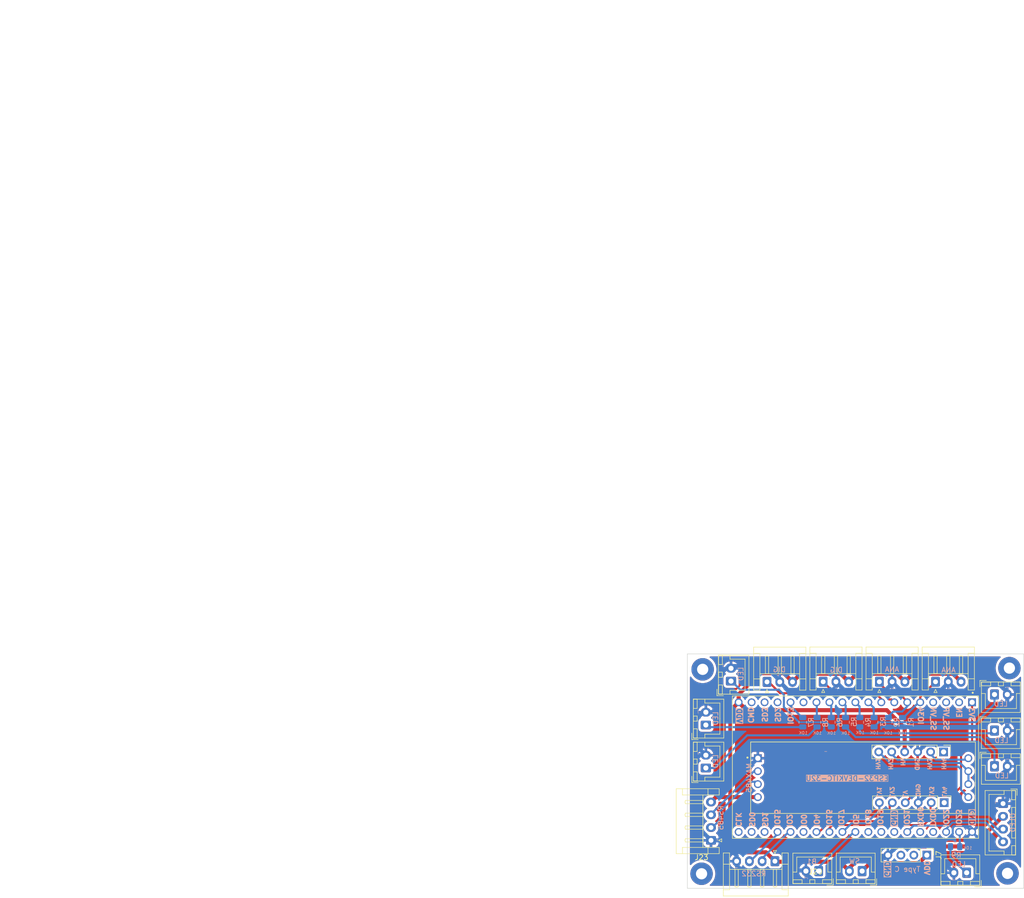
<source format=kicad_pcb>
(kicad_pcb (version 20240108) (generator "pcbnew") (generator_version "8.0")
  (layers (0 "F.Cu" signal) (31 "B.Cu" signal) (34 "B.Paste" user) (35 "F.Paste" user) (36 "B.SilkS" user "B.Silkscreen") (37 "F.SilkS" user "F.Silkscreen") (38 "B.Mask" user) (39 "F.Mask" user) (44 "Edge.Cuts" user))
  (net 0 "")
  (net 2 "/IO15")
  (net 3 "+5V")
  (net 6 "/LV2")
  (net 7 "/ana1")
  (net 8 "/LV")
  (net 10 "/IO14")
  (net 13 "/IO27")
  (net 15 "/IO22")
  (net 16 "/dig2")
  (net 17 "/IO2")
  (net 18 "/IO26")
  (net 19 "GND")
  (net 21 "/IO25")
  (net 22 "/IO13")
  (net 23 "/IO21")
  (net 24 "/IO12")
  (net 25 "/dig1")
  (net 26 "/LV3")
  (net 31 "/ana2")
  (net 32 "/LV1")
  (net 36 "/IO23")
  (net 38 "/HV2")
  (net 39 "/B")
  (net 40 "/HV3")
  (net 41 "/A")
  (net 42 "/HV1")
  (net 45 "Net-(J17-Pin_1)")
  (net 46 "Net-(J8-Pin_1)")
  (net 47 "/HV4")
  (net 48 "/LV4")
  (net 49 "Net-(J11-Pin_1)")
  (net 50 "Net-(J12-Pin_1)")
  (net 51 "Net-(J13-Pin_1)")
  (net 52 "Net-(J14-Pin_1)")
  (net 53 "Net-(J15-Pin_1)")
  (net 54 "Net-(J16-Pin_1)")
  (net 57 "/IO5")
  (footprint "Connector_PinHeader_2.54mm:PinHeader_1x04_P2.54mm_Vertical" (layer "F.Cu") (at 81.27 101.45 -90)
    (property "Reference" "J7")
    (property "Value" "Type C")
  )
  (footprint "Connector_JST:JST_XH_B2B-XH-A_1x02_P2.50mm_Vertical" (layer "F.Cu") (at 68.6 104.575 180)
    (property "Reference" "J17" (hide yes))
    (property "Value" "Conn_01x02_Pin")
  )
  (footprint "Connector_JST:JST_EH_S3B-EH_1x03_P2.50mm_Horizontal" (layer "F.Cu") (at 71.975 67.4825)
    (property "Reference" "J2" (hide yes))
    (property "Value" "ANA 1")
  )
  (footprint "Connector_JST:JST_EH_S3B-EH_1x03_P2.50mm_Horizontal" (layer "F.Cu") (at 60.975 67.4825)
    (property "Reference" "J3" (hide yes))
    (property "Value" "Conn_01x03_Pin")
  )
  (footprint "Connector_JST:JST_XH_B2B-XH-A_1x02_P2.50mm_Vertical" (layer "F.Cu") (at 42.925 67.35 90)
    (property "Reference" "J13" (hide yes))
    (property "Value" "LED")
  )
  (footprint "Connector_PinHeader_2.54mm:PinHeader_1x06_P2.54mm_Vertical" (layer "F.Cu") (at 84.555 81.225 -90)
    (property "Reference" "J9" (hide yes))
    (property "Value" "L" (hide yes))
  )
  (footprint "MountingHole:MountingHole_2.2mm_M2_Pad" (layer "F.Cu") (at 97.075 105.025)
    (property "Reference" "J21" (hide yes))
    (property "Value" "Conn_01x01_Pin" (hide yes))
  )
  (footprint "Connector_JST:JST_XH_B2B-XH-A_1x02_P2.50mm_Vertical" (layer "F.Cu") (at 94.525 84.05)
    (property "Reference" "J12" (hide yes))
    (property "Value" "LED" (hide yes))
  )
  (footprint "MountingHole:MountingHole_2.2mm_M2_Pad" (layer "F.Cu") (at 37.157122 105.101002)
    (property "Reference" "J23")
    (property "Value" "Conn_01x01_Pin" (hide yes))
  )
  (footprint "Connector_JST:JST_XH_B4B-XH-A_1x04_P2.50mm_Vertical" (layer "F.Cu") (at 96.2 91.35 -90)
    (property "Reference" "J18" (hide yes))
    (property "Value" "Conn_01x04_Pin" (hide yes))
  )
  (footprint "Connector_JST:JST_XH_B2B-XH-A_1x02_P2.50mm_Vertical" (layer "F.Cu") (at 60.1 104.575 180)
    (property "Reference" "J20")
    (property "Value" "B1")
  )
  (footprint "Connector_JST:JST_XH_B2B-XH-A_1x02_P2.50mm_Vertical" (layer "F.Cu") (at 94.525 77.05)
    (property "Reference" "J11" (hide yes))
    (property "Value" "LED")
  )
  (footprint "Connector_JST:JST_EH_S3B-EH_1x03_P2.50mm_Horizontal" (layer "F.Cu") (at 49.975 67.5075)
    (property "Reference" "J4" (hide yes))
    (property "Value" "Conn_01x03_Pin" (hide yes))
  )
  (footprint "Connector_PinHeader_2.54mm:PinHeader_1x06_P2.54mm_Vertical" (layer "F.Cu") (at 84.675 91.175 -90)
    (property "Reference" "J10" (hide yes))
    (property "Value" "H")
  )
  (footprint "Connector_JST:JST_XH_B2B-XH-A_1x02_P2.50mm_Vertical" (layer "F.Cu") (at 94.525 69.975)
    (property "Reference" "J8" (hide yes))
    (property "Value" "LED" (hide yes))
  )
  (footprint "Connector_JST:JST_XH_B2B-XH-A_1x02_P2.50mm_Vertical" (layer "F.Cu") (at 38 75.95 90)
    (property "Reference" "J14" (hide yes))
    (property "Value" "LED")
  )
  (footprint "Connector_JST:JST_XH_B2B-XH-A_1x02_P2.50mm_Vertical" (layer "F.Cu") (at 89.075 104.9 180)
    (property "Reference" "J16" (hide yes))
    (property "Value" "LED")
  )
  (footprint "ESP32-DEVKITC-32U:MODULE_ESP32-DEVKITC-32U" (layer "F.Cu") (at 67.29 84.205 -90)
    (property "Reference" "U1" (hide yes))
    (property "Value" "ESP32-DEVKITC-32U")
  )
  (footprint "Connector_JST:JST_EH_S4B-EH_1x04_P2.50mm_Horizontal" (layer "F.Cu") (at 51.525 102.6425 180)
    (property "Reference" "J5" (hide yes))
    (property "Value" "RS232")
  )
  (footprint "Connector_JST:JST_EH_S4B-EH_1x04_P2.50mm_Horizontal" (layer "F.Cu") (at 39.0075 98.55 90)
    (property "Reference" "J6" (hide yes))
    (property "Value" "RS485")
  )
  (footprint "Connector_JST:JST_XH_B2B-XH-A_1x02_P2.50mm_Vertical" (layer "F.Cu") (at 38 84.375 90)
    (property "Reference" "J15" (hide yes))
    (property "Value" "LED" (hide yes))
  )
  (footprint "MAX485_MODULE_5V_LOGIC_TLL_TO_RS-485_CONVERTER:MODULE_MAX485_MODULE_5V_LOGIC_TLL_TO_RS-485_CONVERTER" (layer "F.Cu") (at 68.7785 86.275)
    (property "Reference" "U4" (hide yes))
    (property "Value" "MAX485")
  )
  (footprint "Connector_JST:JST_EH_S3B-EH_1x03_P2.50mm_Horizontal" (layer "F.Cu") (at 82.975 67.4825)
    (property "Reference" "J1" (hide yes))
    (property "Value" "ANA 1")
  )
  (footprint "MountingHole:MountingHole_2.2mm_M2_Pad" (layer "F.Cu") (at 97.443604 64.804794)
    (property "Reference" "J19" (hide yes))
    (property "Value" "Conn_01x01_Pin" (hide yes))
  )
  (footprint "MountingHole:MountingHole_2.2mm_M2_Pad" (layer "F.Cu") (at 37.375 65.05)
    (property "Reference" "J22" (hide yes))
    (property "Value" "Conn_01x01_Pin" (hide yes))
  )
  (footprint "Resistor_SMD:R_0805_2012Metric" (layer "B.Cu") (at 68.146428 75.4125 90)
    (property "Reference" "R4")
    (property "Value" "10k" (hide yes))
  )
  (footprint "Resistor_SMD:R_0805_2012Metric" (layer "B.Cu") (at 86.8125 99.8)
    (property "Reference" "R9")
    (property "Value" "10k" (hide yes))
  )
  (footprint "Resistor_SMD:R_0805_2012Metric" (layer "B.Cu") (at 73.732142 75.4125 90)
    (property "Reference" "R2")
    (property "Value" "10k" (hide yes))
  )
  (footprint "Resistor_SMD:R_0805_2012Metric" (layer "B.Cu") (at 76.525 75.4125 90)
    (property "Reference" "R1")
    (property "Value" "10k" (hide yes))
  )
  (footprint "Resistor_SMD:R_0805_2012Metric" (layer "B.Cu") (at 65.353571 75.4125 90)
    (property "Reference" "R5")
    (property "Value" "10k" (hide yes))
  )
  (footprint "Resistor_SMD:R_0805_2012Metric" (layer "B.Cu") (at 62.560714 75.4125 90)
    (property "Reference" "R6")
    (property "Value" "10k" (hide yes))
  )
  (footprint "Resistor_SMD:R_0805_2012Metric" (layer "B.Cu") (at 70.939285 75.4125 90)
    (property "Reference" "R3")
    (property "Value" "10k" (hide yes))
  )
  (footprint "Resistor_SMD:R_0805_2012Metric" (layer "B.Cu") (at 56.975 75.4125 90)
    (property "Reference" "R7")
    (property "Value" "10k" (hide yes))
  )
  (footprint "Resistor_SMD:R_0805_2012Metric" (layer "B.Cu") (at 59.767857 75.4125 90)
    (property "Reference" "R8")
    (property "Value" "10k" (hide yes))
  )
  (gr_line (start 100.225 62.025) (end 34.37716 62.025) (stroke (width 0.1)) (layer "Edge.Cuts"))
  (gr_line (start 100.225 107.951548) (end 34.375 107.951548) (stroke (width 0.1)) (layer "Edge.Cuts"))
  (gr_line (start 34.37716 62.025) (end 34.37716 107.95) (stroke (width 0.1)) (layer "Edge.Cuts"))
  (gr_line (start 100.225 62.025) (end 100.225 107.95) (stroke (width 0.1)) (layer "Edge.Cuts"))
  (gr_text "HV\n" (at 76.1 84.085714 270) (layer "B.SilkS") (effects (font (size 0.8 0.8) (thickness 0.2) (bold yes)) (justify left bottom mirror)))
  (gr_text "10K" (at 71.9 77.825 0) (layer "B.SilkS") (effects (font (size 0.6 0.6) (thickness 0.08)) (justify left bottom mirror)))
  (gr_text "EN" (at 86.975 74.65 270) (layer "B.SilkS") (effects (font (size 1 1) (thickness 0.25) (bold yes)) (justify left bottom mirror)))
  (gr_text "VDD" (at 43.925 75.75 270) (layer "B.SilkS" knockout) (effects (font (size 1 1) (thickness 0.25) (bold yes)) (justify left bottom mirror)))
  (gr_text "VDD" (at 80.7 105.5 270) (layer "B.SilkS") (effects (font (size 1 1) (thickness 0.25) (bold yes)) (justify left bottom mirror)))
  (gr_text "TXD0" (at 81.85 96.075 270) (layer "B.SilkS") (effects (font (size 1 1) (thickness 0.25) (bold yes)) (justify left bottom mirror)))
  (gr_text "-" (at 96.575 75.975 0) (layer "B.SilkS") (effects (font (size 0.6 0.6) (thickness 0.08)) (justify left bottom)))
  (gr_text "GND\n" (at 90.775 92.352381 90) (layer "B.SilkS" knockout) (effects (font (size 1 1) (thickness 0.25) (bold yes)) (justify left bottom mirror)))
  (gr_text "-" (at 85.15 69.15 0) (layer "B.SilkS") (effects (font (size 0.6 0.6) (thickness 0.08)) (justify left bottom)))
  (gr_text "10K" (at 74.625 77.875 0) (layer "B.SilkS") (effects (font (size 0.6 0.6) (thickness 0.08)) (justify left bottom mirror)))
  (gr_text "SS_VN\n" (at 81.95 77.15 270) (layer "B.SilkS") (effects (font (size 1 1) (thickness 0.25) (bold yes)) (justify left bottom mirror)))
  (gr_text "HV3" (at 81.325 84.847619 270) (layer "B.SilkS") (effects (font (size 0.8 0.8) (thickness 0.2) (bold yes)) (justify left bottom mirror)))
  (gr_text "-" (at 96.65 68.85 0) (layer "B.SilkS") (effects (font (size 0.6 0.6) (thickness 0.08)) (justify left bottom)))
  (gr_text "-" (at 95 91.575 90) (layer "B.SilkS") (effects (font (size 0.6 0.6) (thickness 0.08)) (justify left bottom)))
  (gr_text "IO17" (at 63.9 96.075 270) (layer "B.SilkS") (effects (font (size 1 1) (thickness 0.25) (bold yes)) (justify left bottom mirror)))
  (gr_text "-" (at 51.975 69.1 0) (layer "B.SilkS") (effects (font (size 0.6 0.6) (thickness 0.08)) (justify left bottom)))
  (gr_text "-" (at 63.1 69.025 0) (layer "B.SilkS") (effects (font (size 0.6 0.6) (thickness 0.08)) (justify left bottom)))
  (gr_text "10K" (at 69.125 77.8 0) (layer "B.SilkS") (effects (font (size 0.6 0.6) (thickness 0.08)) (justify left bottom mirror)))
  (gr_text "SS_VP\n" (at 84.475 77.125 270) (layer "B.SilkS") (effects (font (size 1 1) (thickness 0.25) (bold yes)) (justify left bottom mirror)))
  (gr_text "-" (at 36.775 81.95 90) (layer "B.SilkS") (effects (font (size 0.6 0.6) (thickness 0.08)) (justify left bottom)))
  (gr_text "3V3\n" (at 89.475 75.45 270) (layer "B.SilkS") (effects (font (size 1 1) (thickness 0.25) (bold yes)) (justify left bottom mirror)))
  (gr_text "10K" (at 66.3 77.9 0) (layer "B.SilkS") (effects (font (size 0.6 0.6) (thickness 0.08)) (justify left bottom mirror)))
  (gr_text "-" (at 43.575 104.225 0) (layer "B.SilkS") (effects (font (size 0.6 0.6) (thickness 0.08)) (justify left bottom)))
  (gr_text "GND\n" (at 80.075 87.371905 90) (layer "B.SilkS") (effects (font (size 0.8 0.8) (thickness 0.2) (bold yes)) (justify left bottom mirror)))
  (gr_text "SD1" (at 49 96.075 270) (layer "B.SilkS") (effects (font (size 1 1) (thickness 0.25) (bold yes)) (justify left bottom mirror)))
  (gr_text "10K" (at 77.4 77.9 0) (layer "B.SilkS") (effects (font (size 0.6 0.6) (thickness 0.08)) (justify left bottom mirror)))
  (gr_text "LV\n" (at 76.55 90.25 270) (layer "B.SilkS") (effects (font (size 0.8 0.8) (thickness 0.2) (bold yes)) (justify left bottom mirror)))
  (gr_text "LV4" (at 84.225 90.225 270) (layer "B.SilkS") (effects (font (size 0.8 0.8) (thickness 0.2) (bold yes)) (justify left bottom mirror)))
  (gr_text "10K" (at 60.75 77.875 0) (layer "B.SilkS") (effects (font (size 0.6 0.6) (thickness 0.08)) (justify left bottom mirror)))
  (gr_text "CLK" (at 43.8 96.075 270) (layer "B.SilkS") (effects (font (size 1 1) (thickness 0.25) (bold yes)) (justify left bottom mirror)))
  (gr_text "-" (at 86.1 106.625 0) (layer "B.SilkS") (effects (font (size 0.6 0.6) (thickness 0.08)) (justify left bottom)))
  (gr_text "10K" (at 63.525 77.875 0) (layer "B.SilkS") (effects (font (size 0.6 0.6) (thickness 0.08)) (justify left bottom mirror)))
  (gr_text "GND\n" (at 79.9 82.25 90) (layer "B.SilkS") (effects (font (size 0.8 0.8) (thickness 0.2) (bold yes)) (justify left bottom mirror)))
  (gr_text "IO22\n" (at 84.45 96.075 270) (layer "B.SilkS") (effects (font (size 1 1) (thickness 0.25) (bold yes)) (justify left bottom mirror)))
  (gr_text "CMD" (at 46.2 75.725 270) (layer "B.SilkS") (effects (font (size 1 1) (thickness 0.25) (bold yes)) (justify left bottom mirror)))
  (gr_text "-" (at 40.55 98.85 90) (layer "B.SilkS") (effects (font (size 0.6 0.6) (thickness 0.08)) (justify left bottom)))
  (gr_text "IO19" (at 71.55 96.075 270) (layer "B.SilkS") (effects (font (size 1 1) (thickness 0.25) (bold yes)) (justify left bottom mirror)))
  (gr_text "HV1\n" (at 71.225 84.825 270) (layer "B.SilkS") (effects (font (size 0.8 0.8) (thickness 0.2) (bold yes)) (justify left bottom mirror)))
  (gr_text "IO2" (at 53.775 96.075 270) (layer "B.SilkS") (effects (font (size 1 1) (thickness 0.25) (bold yes)) (justify left bottom mirror)))
  (gr_text "LV3" (at 81.725 90.25 270) (layer "B.SilkS") (effects (font (size 0.8 0.8) (thickness 0.2) (bold yes)) (justify left bottom mirror)))
  (gr_text "-" (at 61.05 81.45 0) (layer "B.SilkS") (effects (font (size 0.6 0.6) (thickness 0.08)) (justify left bottom)))
  (gr_text "IO0" (at 56.575 96.075 270) (layer "B.SilkS") (effects (font (size 1 1) (thickness 0.25) (bold yes)) (justify left bottom mirror)))
  (gr_text "IO18" (at 69.175 96.075 270) (layer "B.SilkS") (effects (font (size 1 1) (thickness 0.25) (bold yes)) (justify left bottom mirror)))
  (gr_text "SD2\n" (at 51.475 75.525 270) (layer "B.SilkS") (effects (font (size 1 1) (thickness 0.25) (bold yes)) (justify left bottom mirror)))
  (gr_text "IO13\n" (at 53.95 75.975 270) (layer "B.SilkS") (effects (font (size 1 1) (thickness 0.25) (bold yes)) (justify left bottom mirror)))
  (gr_text "-" (at 57.1 106.15 0) (layer "B.SilkS") (effects (font (size 0.6 0.6) (thickness 0.08)) (justify left bottom)))
  (gr_text "10K" (at 57.975 77.85 0) (layer "B.SilkS") (effects (font (size 0.6 0.6) (thickness 0.08)) (justify left bottom mirror)))
  (gr_text "LV2" (at 73.975 90.25 270) (layer "B.SilkS") (effects (font (size 0.8 0.8) (thickness 0.2) (bold yes)) (justify left bottom mirror)))
  (gr_text "-" (at 88.6 105.975 0) (layer "B.SilkS") (effects (font (size 0.6 0.6) (thickness 0.08)) (justify left bottom)))
  (gr_text "-" (at 74.15 69.125 0) (layer "B.SilkS") (effects (font (size 0.6 0.6) (thickness 0.08)) (justify left bottom)))
  (gr_text "-" (at 41.675 64.65 90) (layer "B.SilkS") (effects (font (size 0.6 0.6) (thickness 0.08)) (justify left bottom)))
  (gr_text "SD3\n" (at 48.925 75.525 270) (layer "B.SilkS") (effects (font (size 1 1) (thickness 0.25) (bold yes)) (justify left bottom mirror)))
  (gr_text "GND" (at 72.925 105.9 270) (layer "B.SilkS" knockout) (effects (font (size 1 1) (thickness 0.25) (bold yes)) (justify left bottom mirror)))
  (gr_text "RXD0\n" (at 79.425 96.075 270) (layer "B.SilkS") (effects (font (size 1 1) (thickness 0.25) (bold yes)) (justify left bottom mirror)))
  (gr_text "-" (at 96.65 82.95 0) (layer "B.SilkS") (effects (font (size 0.6 0.6) (thickness 0.08)) (justify left bottom)))
  (gr_text "10K" (at 90.2 100.4 0) (layer "B.SilkS") (effects (font (size 0.6 0.6) (thickness 0.08)) (justify left bottom mirror)))
  (gr_text "IO34\n" (at 79.475 75.975 270) (layer "B.SilkS") (effects (font (size 1 1) (thickness 0.25) (bold yes)) (justify left bottom mirror)))
  (gr_text "SD0\n" (at 46.45 96.075 270) (layer "B.SilkS") (effects (font (size 1 1) (thickness 0.25) (bold yes)) (justify left bottom mirror)))
  (gr_text "HV2" (at 73.7 84.847619 270) (layer "B.SilkS") (effects (font (size 0.8 0.8) (thickness 0.2) (bold yes)) (justify left bottom mirror)))
  (gr_text "IO5" (at 66.775 96.075 270) (layer "B.SilkS") (effects (font (size 1 1) (thickness 0.25) (bold yes)) (justify left bottom mirror)))
  (gr_text "IO23" (at 86.925 96.075 270) (layer "B.SilkS") (effects (font (size 1 1) (thickness 0.25) (bold yes)) (justify left bottom mirror)))
  (gr_text "IO4\n" (at 59.1 96.075 270) (layer "B.SilkS") (effects (font (size 1 1) (thickness 0.25) (bold yes)) (justify left bottom mirror)))
  (gr_text "GND" (at 74.25 95.95 270) (layer "B.SilkS" knockout) (effects (font (size 1 1) (thickness 0.25) (bold yes)) (justify left bottom mirror)))
  (gr_text "IO16" (at 61.525 96.075 270) (layer "B.SilkS") (effects (font (size 1 1) (thickness 0.25) (bold yes)) (justify left bottom mirror)))
  (gr_text "LV1\n" (at 71.475 90.25 270) (layer "B.SilkS") (effects (font (size 0.8 0.8) (thickness 0.2) (bold yes)) (justify left bottom mirror)))
  (gr_text "HV4" (at 84.1 84.825 270) (layer "B.SilkS") (effects (font (size 0.8 0.8) (thickness 0.2) (bold yes)) (justify left bottom mirror)))
  (gr_text "IO21" (at 76.725 96.075 270) (layer "B.SilkS") (effects (font (size 1 1) (thickness 0.25) (bold yes)) (justify left bottom mirror)))
  (gr_text "-" (at 36.775 73.825 90) (layer "B.SilkS") (effects (font (size 0.6 0.6) (thickness 0.08)) (justify left bottom)))
  (gr_text "IO15" (at 51.375 96.075 270) (layer "B.SilkS") (effects (font (size 1 1) (thickness 0.25) (bold yes)) (justify left bottom mirror)))
  (segment (start 52.04 96.905) (end 52.055 96.905) (width 0.4) (layer "F.Cu") (net 2))
  (segment (start 52.04 96.905) (end 52.04 97.31) (width 0.4) (layer "B.Cu") (net 2))
  (segment (start 46.7075 102.6425) (end 46.525 102.6425) (width 0.4) (layer "B.Cu") (net 2))
  (segment (start 52.04 97.31) (end 46.7075 102.6425) (width 0.4) (layer "B.Cu") (net 2))
  (segment (start 52.06 96.99) (end 52.125 96.99) (width 0.4) (layer "B.Cu") (net 2))
  (segment (start 65.975 67.4825) (end 67.55 65.9075) (width 0.8) (layer "F.Cu") (net 3))
  (segment (start 53.2675 65.8) (end 48.575 65.8) (width 0.8) (layer "F.Cu") (net 3))
  (segment (start 96.15 93.85) (end 90.25 99.75) (width 0.8) (layer "F.Cu") (net 3))
  (segment (start 67.55 65.9075) (end 75.4 65.9075) (width 0.8) (layer "F.Cu") (net 3))
  (segment (start 76.935 81.225) (end 76.75 81.225) (width 0.4) (layer "F.Cu") (net 3))
  (segment (start 39.9725 90.085) (end 39.0075 91.05) (width 0.8) (layer "F.Cu") (net 3))
  (segment (start 42.775 90.36) (end 42.5 90.085) (width 0.8) (layer "F.Cu") (net 3))
  (segment (start 75.4 65.9075) (end 76.975 67.4825) (width 0.8) (layer "F.Cu") (net 3))
  (segment (start 51.6325 102.75) (end 64.275 102.75) (width 0.8) (layer "F.Cu") (net 3))
  (segment (start 86.4 65.9075) (end 87.975 67.4825) (width 0.8) (layer "F.Cu") (net 3))
  (segment (start 96.2 93.85) (end 96.15 93.85) (width 0.8) (layer "F.Cu") (net 3))
  (segment (start 70.3 99.75) (end 66.1 103.95) (width 0.8) (layer "F.Cu") (net 3))
  (segment (start 45.965 73.05) (end 44.42 71.505) (width 0.8) (layer "F.Cu") (net 3))
  (segment (start 56.575 65.9075) (end 64.4 65.9075) (width 0.8) (layer "F.Cu") (net 3))
  (segment (start 44.42 71.505) (end 42.8 73.125) (width 0.8) (layer "F.Cu") (net 3))
  (segment (start 42.8 90.085) (end 48.1785 90.085) (width 0.8) (layer "F.Cu") (net 3))
  (segment (start 66.1 103.95) (end 66.1 104.575) (width 0.4) (layer "F.Cu") (net 3))
  (segment (start 64.275 102.75) (end 66.1 104.575) (width 0.8) (layer "F.Cu") (net 3))
  (segment (start 44.42 69.955) (end 44.42 71.505) (width 0.8) (layer "F.Cu") (net 3))
  (segment (start 76.935 81.225) (end 76.935 76.56) (width 0.8) (layer "F.Cu") (net 3))
  (segment (start 90.25 99.75) (end 70.3 99.75) (width 0.8) (layer "F.Cu") (net 3))
  (segment (start 45.7 100.9) (end 42.775 97.975) (width 0.8) (layer "F.Cu") (net 3))
  (segment (start 39.0825 90.975) (end 39.0075 91.05) (width 0.8) (layer "F.Cu") (net 3))
  (segment (start 54.975 67.5075) (end 56.575 65.9075) (width 0.8) (layer "F.Cu") (net 3))
  (segment (start 54.975 67.5075) (end 53.2675 65.8) (width 0.8) (layer "F.Cu") (net 3))
  (segment (start 64.4 65.9075) (end 65.975 67.4825) (width 0.8) (layer "F.Cu") (net 3))
  (segment (start 51.525 102.6425) (end 49.7825 100.9) (width 0.8) (layer "F.Cu") (net 3))
  (segment (start 78.55 65.9075) (end 86.4 65.9075) (width 0.8) (layer "F.Cu") (net 3))
  (segment (start 73.425 73.05) (end 45.965 73.05) (width 0.8) (layer "F.Cu") (net 3))
  (segment (start 42.775 97.975) (end 42.775 90.36) (width 0.8) (layer "F.Cu") (net 3))
  (segment (start 76.935 76.56) (end 73.425 73.05) (width 0.8) (layer "F.Cu") (net 3))
  (segment (start 49.7825 100.9) (end 45.7 100.9) (width 0.8) (layer "F.Cu") (net 3))
  (segment (start 42.8 73.125) (end 42.8 90.085) (width 0.8) (layer "F.Cu") (net 3))
  (segment (start 76.975 67.4825) (end 78.55 65.9075) (width 0.8) (layer "F.Cu") (net 3))
  (segment (start 48.575 65.8) (end 44.42 69.955) (width 0.8) (layer "F.Cu") (net 3))
  (segment (start 42.5 90.085) (end 39.9725 90.085) (width 0.8) (layer "F.Cu") (net 3))
  (segment (start 51.525 102.6425) (end 51.6325 102.75) (width 0.8) (layer "F.Cu") (net 3))
  (segment (start 73 94.8) (end 74 93.8) (width 0.4) (layer "F.Cu") (net 6))
  (segment (start 74 93.8) (end 74 91.69) (width 0.4) (layer "F.Cu") (net 6))
  (segment (start 62.3 94.8) (end 73 94.8) (width 0.4) (layer "F.Cu") (net 6))
  (segment (start 59.66 96.905) (end 60.195 96.905) (width 0.4) (layer "F.Cu") (net 6))
  (segment (start 74 91.69) (end 74.515 91.175) (width 0.4) (layer "F.Cu") (net 6))
  (segment (start 60.195 96.905) (end 62.3 94.8) (width 0.4) (layer "F.Cu") (net 6))
  (segment (start 79.98 71.505) (end 79.98 70.4775) (width 0.4) (layer "F.Cu") (net 7))
  (segment (start 79.98 70.4775) (end 82.975 67.4825) (width 0.4) (layer "F.Cu") (net 7))
  (segment (start 79.695 71.505) (end 76.7 74.5) (width 0.4) (layer "B.Cu") (net 7))
  (segment (start 79.98 71.505) (end 79.695 71.505) (width 0.4) (layer "B.Cu") (net 7))
  (segment (start 76.7 74.5) (end 76.525 74.5) (width 0.4) (layer "B.Cu") (net 7))
  (segment (start 77.055 90.67) (end 77.055 91.175) (width 0.4) (layer "F.Cu") (net 8))
  (segment (start 90.14 72.085) (end 90.14 79.76) (width 0.4) (layer "F.Cu") (net 8))
  (segment (start 90.14 79.76) (end 87.975 81.925) (width 0.4) (layer "F.Cu") (net 8))
  (segment (start 87.975 81.925) (end 87.975 88.05) (width 0.4) (layer "F.Cu") (net 8))
  (segment (start 78.555 89.675) (end 77.055 91.175) (width 0.4) (layer "F.Cu") (net 8))
  (segment (start 77.5 91.175) (end 77.055 91.175) (width 0.4) (layer "F.Cu") (net 8))
  (segment (start 87.975 88.05) (end 86.35 89.675) (width 0.4) (layer "F.Cu") (net 8))
  (segment (start 86.35 89.675) (end 78.555 89.675) (width 0.4) (layer "F.Cu") (net 8))
  (segment (start 62.55 74.489286) (end 62.560714 74.5) (width 0.4) (layer "B.Cu") (net 10))
  (segment (start 62.2 71.505) (end 62.55 71.855) (width 0.4) (layer "B.Cu") (net 10))
  (segment (start 62.55 71.855) (end 62.55 74.489286) (width 0.4) (layer "B.Cu") (net 10))
  (segment (start 65.375 72.14) (end 64.74 71.505) (width 0.4) (layer "B.Cu") (net 13))
  (segment (start 65.375 74.478571) (end 65.375 72.14) (width 0.4) (layer "B.Cu") (net 13))
  (segment (start 65.353571 74.5) (end 65.375 74.478571) (width 0.4) (layer "B.Cu") (net 13))
  (segment (start 86.275 95.075) (end 92.825 95.075) (width 0.4) (layer "B.Cu") (net 15))
  (segment (start 92.825 95.075) (end 96.2 98.45) (width 0.4) (layer "B.Cu") (net 15))
  (segment (start 85.06 96.29) (end 86.275 95.075) (width 0.4) (layer "B.Cu") (net 15))
  (segment (start 96.2 98.45) (end 96.2 98.85) (width 0.4) (layer "B.Cu") (net 15))
  (segment (start 85.06 96.905) (end 85.06 96.29) (width 0.4) (layer "B.Cu") (net 15))
  (segment (start 71.225 69.725) (end 52.525 69.725) (width 0.4) (layer "F.Cu") (net 16))
  (segment (start 72.36 71.505) (end 72.36 70.86) (width 0.4) (layer "F.Cu") (net 16))
  (segment (start 52.525 69.725) (end 50.375 67.575) (width 0.4) (layer "F.Cu") (net 16))
  (segment (start 72.36 70.86) (end 71.225 69.725) (width 0.4) (layer "F.Cu") (net 16))
  (segment (start 50.375 67.575) (end 50.0425 67.575) (width 0.4) (layer "F.Cu") (net 16))
  (segment (start 54.22 96.905) (end 54.58 96.905) (width 0.4) (layer "B.Cu") (net 17))
  (segment (start 49.025 102.6425) (end 49.025 102.1) (width 0.4) (layer "B.Cu") (net 17))
  (segment (start 54.32 96.905) (end 54.58 96.905) (width 0.4) (layer "B.Cu") (net 17))
  (segment (start 49.025 102.1) (end 54.22 96.905) (width 0.4) (layer "B.Cu") (net 17))
  (segment (start 68.1 72.325) (end 68.1 74.453572) (width 0.4) (layer "B.Cu") (net 18))
  (segment (start 68.1 74.453572) (end 68.146428 74.5) (width 0.4) (layer "B.Cu") (net 18))
  (segment (start 67.28 71.505) (end 68.1 72.325) (width 0.4) (layer "B.Cu") (net 18))
  (segment (start 61.5 106.325) (end 58.9 106.325) (width 0.8) (layer "B.Cu") (net 19))
  (segment (start 36.8 81.875) (end 36.075 82.6) (width 0.8) (layer "B.Cu") (net 19))
  (segment (start 37.475 73.45) (end 36.1 74.825) (width 0.8) (layer "B.Cu") (net 19))
  (segment (start 88.275 91.65) (end 87.2875 90.6625) (width 0.8) (layer "B.Cu") (net 19))
  (segment (start 97.025 84.55) (end 95.775 85.8) (width 0.8) (layer "B.Cu") (net 19))
  (segment (start 88.85 69.225) (end 89.975 68.1) (width 0.8) (layer "B.Cu") (net 19))
  (segment (start 84.65 98.3) (end 85.312559 98.3) (width 0.4) (layer "B.Cu") (net 19))
  (segment (start 96.475 74.925) (end 97.025 75.475) (width 0.8) (layer "B.Cu") (net 19))
  (segment (start 87.15 69.225) (end 88.85 69.225) (width 0.8) (layer "B.Cu") (net 19))
  (segment (start 62.8675 69.0825) (end 63.475 68.475) (width 0.8) (layer "B.Cu") (net 19))
  (segment (start 36.075 88.4) (end 36.4 88.725) (width 0.8) (layer "B.Cu") (net 19))
  (segment (start 44.025 101.55) (end 44.025 102.025) (width 0.8) (layer "B.Cu") (net 19))
  (segment (start 36.075 82.6) (end 36.075 88.4) (width 0.8) (layer "B.Cu") (net 19))
  (segment (start 38 81.875) (end 38.525 82.4) (width 0.4) (layer "B.Cu") (net 19))
  (segment (start 90.14 96.165) (end 90.14 96.905) (width 0.4) (layer "B.Cu") (net 19))
  (segment (start 74.475 67.825) (end 74.475 67.4825) (width 0.8) (layer "B.Cu") (net 19))
  (segment (start 73.65 101.45) (end 76.7 98.4) (width 0.8) (layer "B.Cu") (net 19))
  (segment (start 42.9 64.3575) (end 42.4925 64.3575) (width 0.8) (layer "B.Cu") (net 19))
  (segment (start 42.9425 64.4) (end 49.625 64.4) (width 0.8) (layer "B.Cu") (net 19))
  (segment (start 97.025 84.05) (end 97.025 90.525) (width 0.8) (layer "B.Cu") (net 19))
  (segment (start 81.12 89.65) (end 79.595 91.175) (width 0.8) (layer "B.Cu") (net 19))
  (segment (start 95.775 85.8) (end 93.3 85.8) (width 0.8) (layer "B.Cu") (net 19))
  (segment (start 84.65 98.5) (end 84.55 98.4) (width 0.8) (layer "B.Cu") (net 19))
  (segment (start 48.1135 82.4) (end 48.2035 82.49) (width 0.4) (layer "B.Cu") (net 19))
  (segment (start 44.025 103.45) (end 44.025 102.6425) (width 0.8) (layer "B.Cu") (net 19))
  (segment (start 80.925 79.775) (end 79.475 81.225) (width 0.8) (layer "B.Cu") (net 19))
  (segment (start 36.05 95.5925) (end 36.05 89.075) (width 0.8) (layer "B.Cu") (net 19))
  (segment (start 38 73.45) (end 37.475 73.45) (width 0.8) (layer "B.Cu") (net 19))
  (segment (start 73.2425 69.0575) (end 74.475 67.825) (width 0.8) (layer "B.Cu") (net 19))
  (segment (start 52.475 67.25) (end 52.475 67.5075) (width 0.8) (layer "B.Cu") (net 19))
  (segment (start 39.0075 98.55) (end 41.025 98.55) (width 0.8) (layer "B.Cu") (net 19))
  (segment (start 97.025 75.475) (end 97.025 77.05) (width 0.8) (layer "B.Cu") (net 19))
  (segment (start 76.525 76.325) (end 92.175 76.325) (width 0.8) (layer "B.Cu") (net 19))
  (segment (start 89.975 68.1) (end 95.6 68.1) (width 0.8) (layer "B.Cu") (net 19))
  (segment (start 96.2 91.35) (end 95.9 91.65) (width 0.8) (layer "B.Cu") (net 19))
  (segment (start 49.625 64.4) (end 52.475 67.25) (width 0.8) (layer "B.Cu") (net 19))
  (segment (start 36.1 79.975) (end 38 81.875) (width 0.8) (layer "B.Cu") (net 19))
  (segment (start 63.475 67.4825) (end 65.05 69.0575) (width 0.8) (layer "B.Cu") (net 19))
  (segment (start 85.312559 98.3) (end 86.35 97.262559) (width 0.4) (layer "B.Cu") (net 19))
  (segment (start 86.35 95.975) (end 86.585 95.74) (width 0.4) (layer "B.Cu") (net 19))
  (segment (start 57.6 104.575) (end 57.475 104.45) (width 0.4) (layer "B.Cu") (net 19))
  (segment (start 41.875 88.725) (end 36.4 88.725) (width 0.8) (layer "B.Cu") (net 19))
  (segment (start 40.425 66.425) (end 40.425 72.275) (width 0.8) (layer "B.Cu") (net 19))
  (segment (start 97.025 90.525) (end 96.2 91.35) (width 0.8) (layer "B.Cu") (net 19))
  (segment (start 97.025 69.525) (end 97.025 69.975) (width 0.8) (layer "B.Cu") (net 19))
  (segment (start 86.275 89.65) (end 81.12 89.65) (width 0.8) (layer "B.Cu") (net 19))
  (segment (start 44.025 102.025) (end 44.025 102.6425) (width 0.4) (layer "B.Cu") (net 19))
  (segment (start 38 73.45) (end 37.575 73.45) (width 0.4) (layer "B.Cu") (net 19))
  (segment (start 36.05 89.075) (end 36.4 88.725) (width 0.8) (layer "B.Cu") (net 19))
  (segment (start 42.9 64.3575) (end 42.5425 64.3575) (width 0.4) (layer "B.Cu") (net 19))
  (segment (start 97.025 69.975) (end 97.025 77.05) (width 0.8) (layer "B.Cu") (net 19))
  (segment (start 79.595 91.175) (end 79.595 91.255) (width 0.4) (layer "B.Cu") (net 19))
  (segment (start 93.3 85.8) (end 92.6 85.1) (width 0.8) (layer "B.Cu") (net 19))
  (segment (start 63.475 68.475) (end 63.475 67.4825) (width 0.8) (layer "B.Cu") (net 19))
  (segment (start 48.2035 82.49) (end 48.11 82.49) (width 0.4) (layer "B.Cu") (net 19))
  (segment (start 95.6 68.1) (end 97.025 69.525) (width 0.8) (layer "B.Cu") (net 19))
  (segment (start 42.9 64.3575) (end 42.9425 64.4) (width 0.8) (layer "B.Cu") (net 19))
  (segment (start 65.05 69.0575) (end 73.2425 69.0575) (width 0.8) (layer "B.Cu") (net 19))
  (segment (start 39.0075 98.55) (end 36.05 95.5925) (width 0.8) (layer "B.Cu") (net 19))
  (segment (start 95.525 90.675) (end 96.2 91.35) (width 0.4) (layer "B.Cu") (net 19))
  (segment (start 85.475 67.7) (end 85.475 67.4825) (width 0.8) (layer "B.Cu") (net 19))
  (segment (start 58.9 106.325) (end 57.6 105.025) (width 0.8) (layer "B.Cu") (net 19))
  (segment (start 41.025 98.55) (end 44.025 101.55) (width 0.8) (layer "B.Cu") (net 19))
  (segment (start 93.575 74.925) (end 96.475 74.925) (width 0.8) (layer "B.Cu") (net 19))
  (segment (start 57.6 104.575) (end 57.6 104.975) (width 0.4) (layer "B.Cu") (net 19))
  (segment (start 87.2875 90.6625) (end 86.275 89.65) (width 0.8) (layer "B.Cu") (net 19))
  (segment (start 91.325 79.775) (end 80.925 79.775) (width 0.8) (layer "B.Cu") (net 19))
  (segment (start 85.475 67.55) (end 87.15 69.225) (width 0.8) (layer "B.Cu") (net 19))
  (segment (start 38 81.875) (end 36.8 81.875) (width 0.8) (layer "B.Cu") (net 19))
  (segment (start 84.65 102.975) (end 84.65 98.5) (width 0.8) (layer "B.Cu") (net 19))
  (segment (start 74.475 67.4825) (end 76.05 69.0575) (width 0.8) (layer "B.Cu") (net 19))
  (segment (start 38 81.875) (end 37.625 81.875) (width 0.4) (layer "B.Cu") (net 19))
  (segment (start 97.025 84.05) (end 97.025 84.55) (width 0.8) (layer "B.Cu") (net 19))
  (segment (start 86.585 95.74) (end 89.715 95.74) (width 0.4) (layer "B.Cu") (net 19))
  (segment (start 73.1 102) (end 65.825 102) (width 0.8) (layer "B.Cu") (net 19))
  (segment (start 76.05 69.0575) (end 84.1175 69.0575) (width 0.8) (layer "B.Cu") (net 19))
  (segment (start 92.175 76.325) (end 93.575 74.925) (width 0.8) (layer "B.Cu") (net 19))
  (segment (start 73.65 101.45) (end 73.1 102) (width 0.8) (layer "B.Cu") (net 19))
  (segment (start 76.7 98.4) (end 84.55 98.4) (width 0.8) (layer "B.Cu") (net 19))
  (segment (start 57.475 104.45) (end 45.025 104.45) (width 0.8) (layer "B.Cu") (net 19))
  (segment (start 36.1 74.825) (end 36.1 79.975) (width 0.8) (layer "B.Cu") (net 19))
  (segment (start 89.715 95.74) (end 90.14 96.165) (width 0.4) (layer "B.Cu") (net 19))
  (segment (start 92.6 81.05) (end 91.325 79.775) (width 0.8) (layer "B.Cu") (net 19))
  (segment (start 57.6 105.025) (end 57.6 104.575) (width 0.8) (layer "B.Cu") (net 19))
  (segment (start 42.4925 64.3575) (end 40.425 66.425) (width 0.8) (layer "B.Cu") (net 19))
  (segment (start 45.025 104.45) (end 44.025 103.45) (width 0.8) (layer "B.Cu") (net 19))
  (segment (start 86.35 97.262559) (end 86.35 95.975) (width 0.4) (layer "B.Cu") (net 19))
  (segment (start 79.595 91.175) (end 78.925 91.175) (width 0.4) (layer "B.Cu") (net 19))
  (segment (start 95.9 91.65) (end 88.275 91.65) (width 0.8) (layer "B.Cu") (net 19))
  (segment (start 97.025 77.05) (end 97.025 84.05) (width 0.8) (layer "B.Cu") (net 19))
  (segment (start 84.1175 69.0575) (end 85.475 67.7) (width 0.8) (layer "B.Cu") (net 19))
  (segment (start 92.6 85.1) (end 92.6 81.05) (width 0.8) (layer "B.Cu") (net 19))
  (segment (start 73.732142 76.325) (end 76.525 76.325) (width 0.8) (layer "B.Cu") (net 19))
  (segment (start 48.11 82.49) (end 41.875 88.725) (width 0.8) (layer "B.Cu") (net 19))
  (segment (start 39.25 73.45) (end 38 73.45) (width 0.8) (layer "B.Cu") (net 19))
  (segment (start 52.475 67.5075) (end 54.05 69.0825) (width 0.8) (layer "B.Cu") (net 19))
  (segment (start 85.475 67.4825) (end 85.475 67.55) (width 0.8) (layer "B.Cu") (net 19))
  (segment (start 65.825 102) (end 61.5 106.325) (width 0.8) (layer "B.Cu") (net 19))
  (segment (start 54.05 69.0825) (end 62.8675 69.0825) (width 0.8) (layer "B.Cu") (net 19))
  (segment (start 40.425 72.275) (end 39.25 73.45) (width 0.8) (layer "B.Cu") (net 19))
  (segment (start 84.65 102.975) (end 86.575 104.9) (width 0.8) (layer "B.Cu") (net 19))
  (segment (start 70.875 72.56) (end 70.875 74.435715) (width 0.4) (layer "B.Cu") (net 21))
  (segment (start 69.82 71.505) (end 70.875 72.56) (width 0.4) (layer "B.Cu") (net 21))
  (segment (start 70.875 74.435715) (end 70.939285 74.5) (width 0.4) (layer "B.Cu") (net 21))
  (segment (start 54.58 72.23) (end 56.85 74.5) (width 0.4) (layer "B.Cu") (net 22))
  (segment (start 54.58 71.505) (end 54.58 72.23) (width 0.4) (layer "B.Cu") (net 22))
  (segment (start 56.85 74.5) (end 56.975 74.5) (width 0.4) (layer "B.Cu") (net 22))
  (segment (start 84.775 95.675) (end 86.025 94.425) (width 0.4) (layer "B.Cu") (net 23))
  (segment (start 78.67 95.675) (end 84.775 95.675) (width 0.4) (layer "B.Cu") (net 23))
  (segment (start 93.2 94.425) (end 95.125 96.35) (width 0.4) (layer "B.Cu") (net 23))
  (segment (start 77.45 96.915) (end 77.44 96.905) (width 0.4) (layer "B.Cu") (net 23))
  (segment (start 86.025 94.425) (end 93.2 94.425) (width 0.4) (layer "B.Cu") (net 23))
  (segment (start 95.125 96.35) (end 96.2 96.35) (width 0.4) (layer "B.Cu") (net 23))
  (segment (start 77.44 96.905) (end 78.67 95.675) (width 0.4) (layer "B.Cu") (net 23))
  (segment (start 59.66 71.505) (end 59.725 71.57) (width 0.4) (layer "B.Cu") (net 24))
  (segment (start 59.725 71.57) (end 59.725 74.457143) (width 0.4) (layer "B.Cu") (net 24))
  (segment (start 59.725 74.457143) (end 59.767857 74.5) (width 0.4) (layer "B.Cu") (net 24))
  (segment (start 74.335 70.94) (end 73.89 70.94) (width 0.4) (layer "F.Cu") (net 25))
  (segment (start 74.9 71.505) (end 74.335 70.94) (width 0.4) (layer "F.Cu") (net 25))
  (segment (start 72.075 69.125) (end 62.6175 69.125) (width 0.4) (layer "F.Cu") (net 25))
  (segment (start 62.6175 69.125) (end 60.975 67.4825) (width 0.4) (layer "F.Cu") (net 25))
  (segment (start 73.89 70.94) (end 72.075 69.125) (width 0.4) (layer "F.Cu") (net 25))
  (segment (start 62.2 96.15) (end 62.8 95.55) (width 0.4) (layer "F.Cu") (net 26))
  (segment (start 82 94.225) (end 82 91.31) (width 0.4) (layer "F.Cu") (net 26))
  (segment (start 62.8 95.55) (end 80.675 95.55) (width 0.4) (layer "F.Cu") (net 26))
  (segment (start 82 91.31) (end 82.135 91.175) (width 0.4) (layer "F.Cu") (net 26))
  (segment (start 62.2 96.905) (end 62.2 96.15) (width 0.4) (layer "F.Cu") (net 26))
  (segment (start 80.675 95.55) (end 82 94.225) (width 0.4) (layer "F.Cu") (net 26))
  (segment (start 77.44 71.505) (end 77.44 71.365) (width 0.4) (layer "F.Cu") (net 31))
  (segment (start 74.225 70) (end 71.775 67.55) (width 0.4) (layer "F.Cu") (net 31))
  (segment (start 76.075 70) (end 74.225 70) (width 0.4) (layer "F.Cu") (net 31))
  (segment (start 77.44 71.365) (end 76.075 70) (width 0.4) (layer "F.Cu") (net 31))
  (segment (start 77.44 72.31) (end 76.425 73.325) (width 0.4) (layer "B.Cu") (net 31))
  (segment (start 73.732142 74.292858) (end 73.732142 74.5) (width 0.4) (layer "B.Cu") (net 31))
  (segment (start 74.7 73.325) (end 73.732142 74.292858) (width 0.4) (layer "B.Cu") (net 31))
  (segment (start 76.425 73.325) (end 74.7 73.325) (width 0.4) (layer "B.Cu") (net 31))
  (segment (start 77.44 71.505) (end 77.44 72.31) (width 0.4) (layer "B.Cu") (net 31))
  (segment (start 71.975 90.9) (end 71.975 91.175) (width 0.4) (layer "B.Cu") (net 32))
  (segment (start 64.74 96.905) (end 64.82 96.905) (width 0.4) (layer "B.Cu") (net 32))
  (segment (start 71.975 92.675) (end 71.975 91.175) (width 0.4) (layer "B.Cu") (net 32))
  (segment (start 64.74 96.485) (end 64.74 96.905) (width 0.4) (layer "B.Cu") (net 32))
  (segment (start 69.425 95.225) (end 71.975 92.675) (width 0.4) (layer "B.Cu") (net 32))
  (segment (start 64.82 96.905) (end 66.5 95.225) (width 0.4) (layer "B.Cu") (net 32))
  (segment (start 66.5 95.225) (end 69.425 95.225) (width 0.4) (layer "B.Cu") (net 32))
  (segment (start 87.725 97.03) (end 87.6 96.905) (width 0.4) (layer "B.Cu") (net 36))
  (segment (start 87.725 99.8) (end 87.725 97.03) (width 0.4) (layer "B.Cu") (net 36))
  (segment (start 89.425 85.0315) (end 89.425 87.5685) (width 0.4) (layer "B.Cu") (net 38))
  (segment (start 74.395 81.645) (end 75.55 82.8) (width 0.4) (layer "B.Cu") (net 38))
  (segment (start 89.425 87.5685) (end 89.4235 87.57) (width 0.4) (layer "B.Cu") (net 38))
  (segment (start 81.875 82.8) (end 82.475 83.4) (width 0.4) (layer "B.Cu") (net 38))
  (segment (start 74.395 81.225) (end 74.395 81.645) (width 0.4) (layer "B.Cu") (net 38))
  (segment (start 82.475 83.4) (end 87.7935 83.4) (width 0.4) (layer "B.Cu") (net 38))
  (segment (start 87.7935 83.4) (end 89.425 85.0315) (width 0.4) (layer "B.Cu") (net 38))
  (segment (start 75.55 82.8) (end 81.875 82.8) (width 0.4) (layer "B.Cu") (net 38))
  (segment (start 48.1785 87.57) (end 48.1785 88.0285) (width 0.4) (layer "F.Cu") (net 39))
  (segment (start 39.25 96.05) (end 39.0075 96.05) (width 0.4) (layer "B.Cu") (net 39))
  (segment (start 40.725 92.925) (end 40.725 94.575) (width 0.4) (layer "B.Cu") (net 39))
  (segment (start 46.575 87.075) (end 40.725 92.925) (width 0.4) (layer "B.Cu") (net 39))
  (segment (start 47.7085 87.075) (end 46.575 87.075) (width 0.4) (layer "B.Cu") (net 39))
  (segment (start 48.2035 87.57) (end 47.7085 87.075) (width 0.4) (layer "B.Cu") (net 39))
  (segment (start 40.725 94.575) (end 39.25 96.05) (width 0.4) (layer "B.Cu") (net 39))
  (segment (start 82.015 81.69) (end 82.015 81.225) (width 0.4) (layer "B.Cu") (net 40))
  (segment (start 89.1635 82.75) (end 83.075 82.75) (width 0.4) (layer "B.Cu") (net 40))
  (segment (start 89.4235 82.49) (end 89.1635 82.75) (width 0.4) (layer "B.Cu") (net 40))
  (segment (start 83.075 82.75) (end 82.015 81.69) (width 0.4) (layer "B.Cu") (net 40))
  (segment (start 39.0075 93.4175) (end 39.0075 93.55) (width 0.4) (layer "B.Cu") (net 41))
  (segment (start 48.2035 85.03) (end 47.395 85.03) (width 0.4) (layer "B.Cu") (net 41))
  (segment (start 47.395 85.03) (end 39.0075 93.4175) (width 0.4) (layer "B.Cu") (net 41))
  (segment (start 82.15 84.125) (end 87.45 84.125) (width 0.4) (layer "B.Cu") (net 42))
  (segment (start 87.45 84.125) (end 87.975 84.65) (width 0.4) (layer "B.Cu") (net 42))
  (segment (start 87.975 84.65) (end 87.975 88.6615) (width 0.4) (layer "B.Cu") (net 42))
  (segment (start 81.575 83.55) (end 82.15 84.125) (width 0.4) (layer "B.Cu") (net 42))
  (segment (start 71.855 81.225) (end 74.18 83.55) (width 0.4) (layer "B.Cu") (net 42))
  (segment (start 74.18 83.55) (end 81.575 83.55) (width 0.4) (layer "B.Cu") (net 42))
  (segment (start 87.975 88.6615) (end 89.1635 89.85) (width 0.4) (layer "B.Cu") (net 42))
  (segment (start 81.27 101.45) (end 79.695 103.025) (width 0.8) (layer "F.Cu") (net 45))
  (segment (start 79.695 103.025) (end 70.15 103.025) (width 0.8) (layer "F.Cu") (net 45))
  (segment (start 70.15 103.025) (end 68.6 104.575) (width 0.8) (layer "F.Cu") (net 45))
  (segment (start 94.525 71.825) (end 90.9375 75.4125) (width 0.4) (layer "B.Cu") (net 46))
  (segment (start 94.525 69.975) (end 94.525 71.825) (width 0.4) (layer "B.Cu") (net 46))
  (segment (start 71.851785 75.4125) (end 70.939285 76.325) (width 0.4) (layer "B.Cu") (net 46))
  (segment (start 90.9375 75.4125) (end 71.851785 75.4125) (width 0.4) (layer "B.Cu") (net 46))
  (segment (start 68.6 77.575) (end 94 77.575) (width 0.4) (layer "B.Cu") (net 49))
  (segment (start 94 77.575) (end 94.525 77.05) (width 0.4) (layer "B.Cu") (net 49))
  (segment (start 68.146428 76.325) (end 68.146428 77.121428) (width 0.4) (layer "B.Cu") (net 49))
  (segment (start 68.146428 77.121428) (end 68.6 77.575) (width 0.4) (layer "B.Cu") (net 49))
  (segment (start 91.725 78.325) (end 94.525 81.125) (width 0.4) (layer "B.Cu") (net 50))
  (segment (start 94.525 81.125) (end 94.525 84.05) (width 0.4) (layer "B.Cu") (net 50))
  (segment (start 65.353571 76.325) (end 67.353571 78.325) (width 0.4) (layer "B.Cu") (net 50))
  (segment (start 67.353571 78.325) (end 91.725 78.325) (width 0.4) (layer "B.Cu") (net 50))
  (segment (start 55.875 75.025) (end 53.275 72.425) (width 0.4) (layer "B.Cu") (net 51))
  (segment (start 52.325 69.05) (end 44.75 69.05) (width 0.4) (layer "B.Cu") (net 51))
  (segment (start 55.875 75.038666) (end 55.875 75.025) (width 0.4) (layer "B.Cu") (net 51))
  (segment (start 53.275 70) (end 52.325 69.05) (width 0.4) (layer "B.Cu") (net 51))
  (segment (start 42.9 67.2) (end 42.9 66.8575) (width 0.4) (layer "B.Cu") (net 51))
  (segment (start 44.75 69.05) (end 42.9 67.2) (width 0.4) (layer "B.Cu") (net 51))
  (segment (start 56.248834 75.4125) (end 55.875 75.038666) (width 0.4) (layer "B.Cu") (net 51))
  (segment (start 61.648214 75.4125) (end 56.248834 75.4125) (width 0.4) (layer "B.Cu") (net 51))
  (segment (start 62.560714 76.325) (end 61.648214 75.4125) (width 0.4) (layer "B.Cu") (net 51))
  (segment (start 53.275 72.425) (end 53.275 70) (width 0.4) (layer "B.Cu") (net 51))
  (segment (start 38.425 76.375) (end 38 75.95) (width 0.4) (layer "B.Cu") (net 52))
  (segment (start 56.975 76.325) (end 56.925 76.375) (width 0.4) (layer "B.Cu") (net 52))
  (segment (start 56.925 76.375) (end 38.425 76.375) (width 0.4) (layer "B.Cu") (net 52))
  (segment (start 39.7 84.375) (end 38 84.375) (width 0.4) (layer "B.Cu") (net 53))
  (segment (start 59.767857 76.325) (end 58.278261 77.814595) (width 0.4) (layer "B.Cu") (net 53))
  (segment (start 46.1 77.975) (end 39.7 84.375) (width 0.4) (layer "B.Cu") (net 53))
  (segment (start 58.117856 77.975) (end 46.1 77.975) (width 0.4) (layer "B.Cu") (net 53))
  (segment (start 58.278261 77.814595) (end 58.117856 77.975) (width 0.4) (layer "B.Cu") (net 53))
  (segment (start 85.9 99.8) (end 85.9 101.85) (width 0.4) (layer "B.Cu") (net 54))
  (segment (start 88.95 104.9) (end 89.075 104.9) (width 0.4) (layer "B.Cu") (net 54))
  (segment (start 85.9 101.85) (end 88.95 104.9) (width 0.4) (layer "B.Cu") (net 54))
  (segment (start 66.995 96.905) (end 67.28 96.905) (width 0.4) (layer "B.Cu") (net 57))
  (segment (start 60.1 104.575) (end 60.1 103.8) (width 0.4) (layer "B.Cu") (net 57))
  (segment (start 60.1 103.8) (end 66.995 96.905) (width 0.4) (layer "B.Cu") (net 57))
  (zone (net 19) (net_name "GND") (layer "F.Cu") (priority 1) (connect_pads (clearance 0.5)) (min_thickness 0.25) (fill yes (thermal_gap 0.5) (thermal_bridge_width 0.5))
    (polygon (pts (xy 34.325 61.925) (xy 34.325 108) (xy 100.25 108) (xy 100.3 107.95) (xy 100.3 62.025) (xy 100.2 61.925)))
  )
  (zone (net 19) (net_name "GND") (layer "B.Cu") (connect_pads (clearance 0.5)) (min_thickness 0.25) (fill yes (thermal_gap 0.5) (thermal_bridge_width 0.5))
    (polygon (pts (xy 34.3 61.9) (xy 34.3 108.05) (xy 100.325 108.05) (xy 100.325 61.9)))
  )
)
</source>
